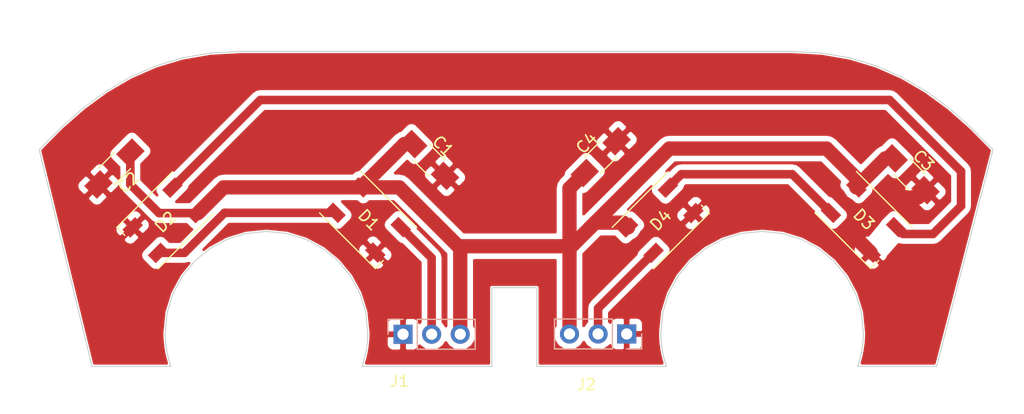
<source format=kicad_pcb>
(kicad_pcb (version 4) (host pcbnew 4.0.7)

  (general
    (links 23)
    (no_connects 0)
    (area 37.975799 27.888699 122.767801 55.988701)
    (thickness 1.6)
    (drawings 91)
    (tracks 51)
    (zones 0)
    (modules 10)
    (nets 8)
  )

  (page A4)
  (layers
    (0 F.Cu signal)
    (31 B.Cu signal hide)
    (32 B.Adhes user hide)
    (33 F.Adhes user hide)
    (34 B.Paste user hide)
    (35 F.Paste user hide)
    (36 B.SilkS user hide)
    (37 F.SilkS user hide)
    (38 B.Mask user hide)
    (39 F.Mask user hide)
    (40 Dwgs.User user)
    (41 Cmts.User user hide)
    (42 Eco1.User user hide)
    (43 Eco2.User user hide)
    (44 Edge.Cuts user)
    (45 Margin user)
    (46 B.CrtYd user)
    (47 F.CrtYd user hide)
    (48 B.Fab user hide)
    (49 F.Fab user hide)
  )

  (setup
    (last_trace_width 1.27)
    (user_trace_width 0.254)
    (user_trace_width 0.508)
    (user_trace_width 0.762)
    (user_trace_width 1.27)
    (user_trace_width 2.032)
    (user_trace_width 2.54)
    (user_trace_width 3.81)
    (user_trace_width 5.08)
    (trace_clearance 0.5)
    (zone_clearance 0.1)
    (zone_45_only no)
    (trace_min 0.25)
    (segment_width 0.2)
    (edge_width 0.15)
    (via_size 0.6)
    (via_drill 0.4)
    (via_min_size 0.4)
    (via_min_drill 0.3)
    (uvia_size 0.3)
    (uvia_drill 0.1)
    (uvias_allowed no)
    (uvia_min_size 0.2)
    (uvia_min_drill 0.1)
    (pcb_text_width 0.3)
    (pcb_text_size 1.5 1.5)
    (mod_edge_width 0.15)
    (mod_text_size 1 1)
    (mod_text_width 0.15)
    (pad_size 1.524 1.524)
    (pad_drill 0.762)
    (pad_to_mask_clearance 0.2)
    (aux_axis_origin 0 0)
    (visible_elements 7FFFFFFF)
    (pcbplotparams
      (layerselection 0x00030_80000001)
      (usegerberextensions false)
      (excludeedgelayer true)
      (linewidth 0.100000)
      (plotframeref false)
      (viasonmask false)
      (mode 1)
      (useauxorigin false)
      (hpglpennumber 1)
      (hpglpenspeed 20)
      (hpglpendiameter 15)
      (hpglpenoverlay 2)
      (psnegative false)
      (psa4output false)
      (plotreference true)
      (plotvalue true)
      (plotinvisibletext false)
      (padsonsilk false)
      (subtractmaskfromsilk false)
      (outputformat 1)
      (mirror false)
      (drillshape 1)
      (scaleselection 1)
      (outputdirectory ""))
  )

  (net 0 "")
  (net 1 VDD)
  (net 2 GND)
  (net 3 "Net-(D1-Pad4)")
  (net 4 "Net-(D1-Pad2)")
  (net 5 "Net-(D2-Pad2)")
  (net 6 "Net-(D3-Pad2)")
  (net 7 "Net-(D4-Pad2)")

  (net_class Default "This is the default net class."
    (clearance 0.5)
    (trace_width 0.25)
    (via_dia 0.6)
    (via_drill 0.4)
    (uvia_dia 0.3)
    (uvia_drill 0.1)
    (add_net GND)
    (add_net "Net-(D1-Pad2)")
    (add_net "Net-(D1-Pad4)")
    (add_net "Net-(D2-Pad2)")
    (add_net "Net-(D3-Pad2)")
    (add_net "Net-(D4-Pad2)")
    (add_net VDD)
  )

  (module LEDs:LED_WS2812B-PLCC4 (layer F.Cu) (tedit 587A6D9E) (tstamp 5B1D3ED2)
    (at 93.218 42.9514 45)
    (descr http://www.world-semi.com/uploads/soft/150522/1-150522091P5.pdf)
    (tags "LED NeoPixel")
    (path /5B1C1601)
    (attr smd)
    (fp_text reference D4 (at 0 0 45) (layer F.SilkS)
      (effects (font (size 1 1) (thickness 0.15)))
    )
    (fp_text value WS2812B (at -0.664539 6.268219 45) (layer F.Fab)
      (effects (font (size 1 1) (thickness 0.15)))
    )
    (fp_line (start 3.75 -2.85) (end -3.75 -2.85) (layer F.CrtYd) (width 0.05))
    (fp_line (start 3.75 2.85) (end 3.75 -2.85) (layer F.CrtYd) (width 0.05))
    (fp_line (start -3.75 2.85) (end 3.75 2.85) (layer F.CrtYd) (width 0.05))
    (fp_line (start -3.75 -2.85) (end -3.75 2.85) (layer F.CrtYd) (width 0.05))
    (fp_line (start 2.5 1.5) (end 1.5 2.5) (layer F.Fab) (width 0.1))
    (fp_line (start -2.5 -2.5) (end -2.5 2.5) (layer F.Fab) (width 0.1))
    (fp_line (start -2.5 2.5) (end 2.5 2.5) (layer F.Fab) (width 0.1))
    (fp_line (start 2.5 2.5) (end 2.5 -2.5) (layer F.Fab) (width 0.1))
    (fp_line (start 2.5 -2.5) (end -2.5 -2.5) (layer F.Fab) (width 0.1))
    (fp_line (start -3.5 -2.6) (end 3.5 -2.6) (layer F.SilkS) (width 0.12))
    (fp_line (start -3.5 2.6) (end 3.5 2.6) (layer F.SilkS) (width 0.12))
    (fp_line (start 3.5 2.6) (end 3.5 1.6) (layer F.SilkS) (width 0.12))
    (fp_circle (center 0 0) (end 0 -2) (layer F.Fab) (width 0.1))
    (pad 3 smd rect (at 2.5 1.6 45) (size 1.6 1) (layers F.Cu F.Paste F.Mask)
      (net 2 GND))
    (pad 4 smd rect (at 2.5 -1.6 45) (size 1.6 1) (layers F.Cu F.Paste F.Mask)
      (net 6 "Net-(D3-Pad2)"))
    (pad 2 smd rect (at -2.5 1.6 45) (size 1.6 1) (layers F.Cu F.Paste F.Mask)
      (net 7 "Net-(D4-Pad2)"))
    (pad 1 smd rect (at -2.5 -1.6 45) (size 1.6 1) (layers F.Cu F.Paste F.Mask)
      (net 1 VDD))
    (model ${KISYS3DMOD}/LEDs.3dshapes/LED_WS2812B-PLCC4.wrl
      (at (xyz 0 0 0))
      (scale (xyz 0.39 0.39 0.39))
      (rotate (xyz 0 0 180))
    )
  )

  (module Capacitors_SMD:C_1206_HandSoldering (layer F.Cu) (tedit 58AA84D1) (tstamp 5B1D3EA0)
    (at 72.644 37.592 315)
    (descr "Capacitor SMD 1206, hand soldering")
    (tags "capacitor 1206")
    (path /5B1C1C20)
    (attr smd)
    (fp_text reference C1 (at 0 -1.75 315) (layer F.SilkS)
      (effects (font (size 1 1) (thickness 0.15)))
    )
    (fp_text value 0.1 (at 0 2 315) (layer F.Fab)
      (effects (font (size 1 1) (thickness 0.15)))
    )
    (fp_text user %R (at 0 -1.75 315) (layer F.Fab)
      (effects (font (size 1 1) (thickness 0.15)))
    )
    (fp_line (start -1.6 0.8) (end -1.6 -0.8) (layer F.Fab) (width 0.1))
    (fp_line (start 1.6 0.8) (end -1.6 0.8) (layer F.Fab) (width 0.1))
    (fp_line (start 1.6 -0.8) (end 1.6 0.8) (layer F.Fab) (width 0.1))
    (fp_line (start -1.6 -0.8) (end 1.6 -0.8) (layer F.Fab) (width 0.1))
    (fp_line (start 1 -1.02) (end -1 -1.02) (layer F.SilkS) (width 0.12))
    (fp_line (start -1 1.02) (end 1 1.02) (layer F.SilkS) (width 0.12))
    (fp_line (start -3.25 -1.05) (end 3.25 -1.05) (layer F.CrtYd) (width 0.05))
    (fp_line (start -3.25 -1.05) (end -3.25 1.05) (layer F.CrtYd) (width 0.05))
    (fp_line (start 3.25 1.05) (end 3.25 -1.05) (layer F.CrtYd) (width 0.05))
    (fp_line (start 3.25 1.05) (end -3.25 1.05) (layer F.CrtYd) (width 0.05))
    (pad 1 smd rect (at -2 0 315) (size 2 1.6) (layers F.Cu F.Paste F.Mask)
      (net 1 VDD))
    (pad 2 smd rect (at 2 0 315) (size 2 1.6) (layers F.Cu F.Paste F.Mask)
      (net 2 GND))
    (model Capacitors_SMD.3dshapes/C_1206.wrl
      (at (xyz 0 0 0))
      (scale (xyz 1 1 1))
      (rotate (xyz 0 0 0))
    )
  )

  (module Capacitors_SMD:C_1206_HandSoldering (layer F.Cu) (tedit 58AA84D1) (tstamp 5B1D3EA6)
    (at 44.704 38.354 225)
    (descr "Capacitor SMD 1206, hand soldering")
    (tags "capacitor 1206")
    (path /5B1D1501)
    (attr smd)
    (fp_text reference C2 (at 0 -1.75 225) (layer F.SilkS)
      (effects (font (size 1 1) (thickness 0.15)))
    )
    (fp_text value 0.1 (at 0 2 225) (layer F.Fab)
      (effects (font (size 1 1) (thickness 0.15)))
    )
    (fp_text user %R (at 0 -1.75 225) (layer F.Fab)
      (effects (font (size 1 1) (thickness 0.15)))
    )
    (fp_line (start -1.6 0.8) (end -1.6 -0.8) (layer F.Fab) (width 0.1))
    (fp_line (start 1.6 0.8) (end -1.6 0.8) (layer F.Fab) (width 0.1))
    (fp_line (start 1.6 -0.8) (end 1.6 0.8) (layer F.Fab) (width 0.1))
    (fp_line (start -1.6 -0.8) (end 1.6 -0.8) (layer F.Fab) (width 0.1))
    (fp_line (start 1 -1.02) (end -1 -1.02) (layer F.SilkS) (width 0.12))
    (fp_line (start -1 1.02) (end 1 1.02) (layer F.SilkS) (width 0.12))
    (fp_line (start -3.25 -1.05) (end 3.25 -1.05) (layer F.CrtYd) (width 0.05))
    (fp_line (start -3.25 -1.05) (end -3.25 1.05) (layer F.CrtYd) (width 0.05))
    (fp_line (start 3.25 1.05) (end 3.25 -1.05) (layer F.CrtYd) (width 0.05))
    (fp_line (start 3.25 1.05) (end -3.25 1.05) (layer F.CrtYd) (width 0.05))
    (pad 1 smd rect (at -2 0 225) (size 2 1.6) (layers F.Cu F.Paste F.Mask)
      (net 1 VDD))
    (pad 2 smd rect (at 2 0 225) (size 2 1.6) (layers F.Cu F.Paste F.Mask)
      (net 2 GND))
    (model Capacitors_SMD.3dshapes/C_1206.wrl
      (at (xyz 0 0 0))
      (scale (xyz 1 1 1))
      (rotate (xyz 0 0 0))
    )
  )

  (module Capacitors_SMD:C_1206_HandSoldering (layer F.Cu) (tedit 58AA84D1) (tstamp 5B1D3EAC)
    (at 115.316 38.862 315)
    (descr "Capacitor SMD 1206, hand soldering")
    (tags "capacitor 1206")
    (path /5B1D1564)
    (attr smd)
    (fp_text reference C3 (at 0 -1.75 315) (layer F.SilkS)
      (effects (font (size 1 1) (thickness 0.15)))
    )
    (fp_text value 0.1 (at 0 2 315) (layer F.Fab)
      (effects (font (size 1 1) (thickness 0.15)))
    )
    (fp_text user %R (at 0 -1.75 315) (layer F.Fab)
      (effects (font (size 1 1) (thickness 0.15)))
    )
    (fp_line (start -1.6 0.8) (end -1.6 -0.8) (layer F.Fab) (width 0.1))
    (fp_line (start 1.6 0.8) (end -1.6 0.8) (layer F.Fab) (width 0.1))
    (fp_line (start 1.6 -0.8) (end 1.6 0.8) (layer F.Fab) (width 0.1))
    (fp_line (start -1.6 -0.8) (end 1.6 -0.8) (layer F.Fab) (width 0.1))
    (fp_line (start 1 -1.02) (end -1 -1.02) (layer F.SilkS) (width 0.12))
    (fp_line (start -1 1.02) (end 1 1.02) (layer F.SilkS) (width 0.12))
    (fp_line (start -3.25 -1.05) (end 3.25 -1.05) (layer F.CrtYd) (width 0.05))
    (fp_line (start -3.25 -1.05) (end -3.25 1.05) (layer F.CrtYd) (width 0.05))
    (fp_line (start 3.25 1.05) (end 3.25 -1.05) (layer F.CrtYd) (width 0.05))
    (fp_line (start 3.25 1.05) (end -3.25 1.05) (layer F.CrtYd) (width 0.05))
    (pad 1 smd rect (at -2 0 315) (size 2 1.6) (layers F.Cu F.Paste F.Mask)
      (net 1 VDD))
    (pad 2 smd rect (at 2 0 315) (size 2 1.6) (layers F.Cu F.Paste F.Mask)
      (net 2 GND))
    (model Capacitors_SMD.3dshapes/C_1206.wrl
      (at (xyz 0 0 0))
      (scale (xyz 1 1 1))
      (rotate (xyz 0 0 0))
    )
  )

  (module Capacitors_SMD:C_1206_HandSoldering (layer F.Cu) (tedit 58AA84D1) (tstamp 5B1D3EB2)
    (at 87.884 37.338 45)
    (descr "Capacitor SMD 1206, hand soldering")
    (tags "capacitor 1206")
    (path /5B1D15B3)
    (attr smd)
    (fp_text reference C4 (at 0 -1.75 45) (layer F.SilkS)
      (effects (font (size 1 1) (thickness 0.15)))
    )
    (fp_text value 0.1 (at 0 2 45) (layer F.Fab)
      (effects (font (size 1 1) (thickness 0.15)))
    )
    (fp_text user %R (at 0 -1.75 45) (layer F.Fab)
      (effects (font (size 1 1) (thickness 0.15)))
    )
    (fp_line (start -1.6 0.8) (end -1.6 -0.8) (layer F.Fab) (width 0.1))
    (fp_line (start 1.6 0.8) (end -1.6 0.8) (layer F.Fab) (width 0.1))
    (fp_line (start 1.6 -0.8) (end 1.6 0.8) (layer F.Fab) (width 0.1))
    (fp_line (start -1.6 -0.8) (end 1.6 -0.8) (layer F.Fab) (width 0.1))
    (fp_line (start 1 -1.02) (end -1 -1.02) (layer F.SilkS) (width 0.12))
    (fp_line (start -1 1.02) (end 1 1.02) (layer F.SilkS) (width 0.12))
    (fp_line (start -3.25 -1.05) (end 3.25 -1.05) (layer F.CrtYd) (width 0.05))
    (fp_line (start -3.25 -1.05) (end -3.25 1.05) (layer F.CrtYd) (width 0.05))
    (fp_line (start 3.25 1.05) (end 3.25 -1.05) (layer F.CrtYd) (width 0.05))
    (fp_line (start 3.25 1.05) (end -3.25 1.05) (layer F.CrtYd) (width 0.05))
    (pad 1 smd rect (at -2 0 45) (size 2 1.6) (layers F.Cu F.Paste F.Mask)
      (net 1 VDD))
    (pad 2 smd rect (at 2 0 45) (size 2 1.6) (layers F.Cu F.Paste F.Mask)
      (net 2 GND))
    (model Capacitors_SMD.3dshapes/C_1206.wrl
      (at (xyz 0 0 0))
      (scale (xyz 1 1 1))
      (rotate (xyz 0 0 0))
    )
  )

  (module LEDs:LED_WS2812B-PLCC4 (layer F.Cu) (tedit 587A6D9E) (tstamp 5B1D3EBA)
    (at 67.2338 42.926 315)
    (descr http://www.world-semi.com/uploads/soft/150522/1-150522091P5.pdf)
    (tags "LED NeoPixel")
    (path /5B1C153C)
    (attr smd)
    (fp_text reference D1 (at 0.035921 -0.035921 315) (layer F.SilkS)
      (effects (font (size 1 1) (thickness 0.15)))
    )
    (fp_text value WS2812B (at 0.646578 6.250258 315) (layer F.Fab)
      (effects (font (size 1 1) (thickness 0.15)))
    )
    (fp_line (start 3.75 -2.85) (end -3.75 -2.85) (layer F.CrtYd) (width 0.05))
    (fp_line (start 3.75 2.85) (end 3.75 -2.85) (layer F.CrtYd) (width 0.05))
    (fp_line (start -3.75 2.85) (end 3.75 2.85) (layer F.CrtYd) (width 0.05))
    (fp_line (start -3.75 -2.85) (end -3.75 2.85) (layer F.CrtYd) (width 0.05))
    (fp_line (start 2.5 1.5) (end 1.5 2.5) (layer F.Fab) (width 0.1))
    (fp_line (start -2.5 -2.5) (end -2.5 2.5) (layer F.Fab) (width 0.1))
    (fp_line (start -2.5 2.5) (end 2.5 2.5) (layer F.Fab) (width 0.1))
    (fp_line (start 2.5 2.5) (end 2.5 -2.5) (layer F.Fab) (width 0.1))
    (fp_line (start 2.5 -2.5) (end -2.5 -2.5) (layer F.Fab) (width 0.1))
    (fp_line (start -3.5 -2.6) (end 3.5 -2.6) (layer F.SilkS) (width 0.12))
    (fp_line (start -3.5 2.6) (end 3.5 2.6) (layer F.SilkS) (width 0.12))
    (fp_line (start 3.5 2.6) (end 3.5 1.6) (layer F.SilkS) (width 0.12))
    (fp_circle (center 0 0) (end 0 -2) (layer F.Fab) (width 0.1))
    (pad 3 smd rect (at 2.5 1.6 315) (size 1.6 1) (layers F.Cu F.Paste F.Mask)
      (net 2 GND))
    (pad 4 smd rect (at 2.5 -1.6 315) (size 1.6 1) (layers F.Cu F.Paste F.Mask)
      (net 3 "Net-(D1-Pad4)"))
    (pad 2 smd rect (at -2.5 1.6 315) (size 1.6 1) (layers F.Cu F.Paste F.Mask)
      (net 4 "Net-(D1-Pad2)"))
    (pad 1 smd rect (at -2.5 -1.6 315) (size 1.6 1) (layers F.Cu F.Paste F.Mask)
      (net 1 VDD))
    (model ${KISYS3DMOD}/LEDs.3dshapes/LED_WS2812B-PLCC4.wrl
      (at (xyz 0 0 0))
      (scale (xyz 0.39 0.39 0.39))
      (rotate (xyz 0 0 180))
    )
  )

  (module LEDs:LED_WS2812B-PLCC4 (layer F.Cu) (tedit 587A6D9E) (tstamp 5B1D3EC2)
    (at 49.2252 42.9514 225)
    (descr http://www.world-semi.com/uploads/soft/150522/1-150522091P5.pdf)
    (tags "LED NeoPixel")
    (path /5B1C158A)
    (attr smd)
    (fp_text reference D2 (at 0.089803 -0.125724 225) (layer F.SilkS)
      (effects (font (size 1 1) (thickness 0.15)))
    )
    (fp_text value WS2812B (at 0.682499 -6.358021 225) (layer F.Fab)
      (effects (font (size 1 1) (thickness 0.15)))
    )
    (fp_line (start 3.75 -2.85) (end -3.75 -2.85) (layer F.CrtYd) (width 0.05))
    (fp_line (start 3.75 2.85) (end 3.75 -2.85) (layer F.CrtYd) (width 0.05))
    (fp_line (start -3.75 2.85) (end 3.75 2.85) (layer F.CrtYd) (width 0.05))
    (fp_line (start -3.75 -2.85) (end -3.75 2.85) (layer F.CrtYd) (width 0.05))
    (fp_line (start 2.5 1.5) (end 1.5 2.5) (layer F.Fab) (width 0.1))
    (fp_line (start -2.5 -2.5) (end -2.5 2.5) (layer F.Fab) (width 0.1))
    (fp_line (start -2.5 2.5) (end 2.5 2.5) (layer F.Fab) (width 0.1))
    (fp_line (start 2.5 2.5) (end 2.5 -2.5) (layer F.Fab) (width 0.1))
    (fp_line (start 2.5 -2.5) (end -2.5 -2.5) (layer F.Fab) (width 0.1))
    (fp_line (start -3.5 -2.6) (end 3.5 -2.6) (layer F.SilkS) (width 0.12))
    (fp_line (start -3.5 2.6) (end 3.5 2.6) (layer F.SilkS) (width 0.12))
    (fp_line (start 3.5 2.6) (end 3.5 1.6) (layer F.SilkS) (width 0.12))
    (fp_circle (center 0 0) (end 0 -2) (layer F.Fab) (width 0.1))
    (pad 3 smd rect (at 2.5 1.6 225) (size 1.6 1) (layers F.Cu F.Paste F.Mask)
      (net 2 GND))
    (pad 4 smd rect (at 2.5 -1.6 225) (size 1.6 1) (layers F.Cu F.Paste F.Mask)
      (net 4 "Net-(D1-Pad2)"))
    (pad 2 smd rect (at -2.5 1.6 225) (size 1.6 1) (layers F.Cu F.Paste F.Mask)
      (net 5 "Net-(D2-Pad2)"))
    (pad 1 smd rect (at -2.5 -1.6 225) (size 1.6 1) (layers F.Cu F.Paste F.Mask)
      (net 1 VDD))
    (model ${KISYS3DMOD}/LEDs.3dshapes/LED_WS2812B-PLCC4.wrl
      (at (xyz 0 0 0))
      (scale (xyz 0.39 0.39 0.39))
      (rotate (xyz 0 0 180))
    )
  )

  (module LEDs:LED_WS2812B-PLCC4 (layer F.Cu) (tedit 587A6D9E) (tstamp 5B1D3ECA)
    (at 111.2266 42.926 315)
    (descr http://www.world-semi.com/uploads/soft/150522/1-150522091P5.pdf)
    (tags "LED NeoPixel")
    (path /5B1C15C2)
    (attr smd)
    (fp_text reference D3 (at -0.017961 -0.053882 315) (layer F.SilkS)
      (effects (font (size 1 1) (thickness 0.15)))
    )
    (fp_text value WS2812B (at 0.736381 6.591508 315) (layer F.Fab)
      (effects (font (size 1 1) (thickness 0.15)))
    )
    (fp_line (start 3.75 -2.85) (end -3.75 -2.85) (layer F.CrtYd) (width 0.05))
    (fp_line (start 3.75 2.85) (end 3.75 -2.85) (layer F.CrtYd) (width 0.05))
    (fp_line (start -3.75 2.85) (end 3.75 2.85) (layer F.CrtYd) (width 0.05))
    (fp_line (start -3.75 -2.85) (end -3.75 2.85) (layer F.CrtYd) (width 0.05))
    (fp_line (start 2.5 1.5) (end 1.5 2.5) (layer F.Fab) (width 0.1))
    (fp_line (start -2.5 -2.5) (end -2.5 2.5) (layer F.Fab) (width 0.1))
    (fp_line (start -2.5 2.5) (end 2.5 2.5) (layer F.Fab) (width 0.1))
    (fp_line (start 2.5 2.5) (end 2.5 -2.5) (layer F.Fab) (width 0.1))
    (fp_line (start 2.5 -2.5) (end -2.5 -2.5) (layer F.Fab) (width 0.1))
    (fp_line (start -3.5 -2.6) (end 3.5 -2.6) (layer F.SilkS) (width 0.12))
    (fp_line (start -3.5 2.6) (end 3.5 2.6) (layer F.SilkS) (width 0.12))
    (fp_line (start 3.5 2.6) (end 3.5 1.6) (layer F.SilkS) (width 0.12))
    (fp_circle (center 0 0) (end 0 -2) (layer F.Fab) (width 0.1))
    (pad 3 smd rect (at 2.5 1.6 315) (size 1.6 1) (layers F.Cu F.Paste F.Mask)
      (net 2 GND))
    (pad 4 smd rect (at 2.5 -1.6 315) (size 1.6 1) (layers F.Cu F.Paste F.Mask)
      (net 5 "Net-(D2-Pad2)"))
    (pad 2 smd rect (at -2.5 1.6 315) (size 1.6 1) (layers F.Cu F.Paste F.Mask)
      (net 6 "Net-(D3-Pad2)"))
    (pad 1 smd rect (at -2.5 -1.6 315) (size 1.6 1) (layers F.Cu F.Paste F.Mask)
      (net 1 VDD))
    (model ${KISYS3DMOD}/LEDs.3dshapes/LED_WS2812B-PLCC4.wrl
      (at (xyz 0 0 0))
      (scale (xyz 0.39 0.39 0.39))
      (rotate (xyz 0 0 180))
    )
  )

  (module Pin_Headers:Pin_Header_Straight_1x03_Pitch2.54mm (layer B.Cu) (tedit 59650532) (tstamp 5B1D3ED9)
    (at 70.3326 53.086 270)
    (descr "Through hole straight pin header, 1x03, 2.54mm pitch, single row")
    (tags "Through hole pin header THT 1x03 2.54mm single row")
    (path /5B1C2436)
    (fp_text reference J1 (at 4.1656 0.3048 540) (layer F.SilkS)
      (effects (font (size 1 1) (thickness 0.15)))
    )
    (fp_text value IN (at 4.1656 -1.7526 540) (layer F.Fab)
      (effects (font (size 1 1) (thickness 0.15)))
    )
    (fp_line (start -0.635 1.27) (end 1.27 1.27) (layer B.Fab) (width 0.1))
    (fp_line (start 1.27 1.27) (end 1.27 -6.35) (layer B.Fab) (width 0.1))
    (fp_line (start 1.27 -6.35) (end -1.27 -6.35) (layer B.Fab) (width 0.1))
    (fp_line (start -1.27 -6.35) (end -1.27 0.635) (layer B.Fab) (width 0.1))
    (fp_line (start -1.27 0.635) (end -0.635 1.27) (layer B.Fab) (width 0.1))
    (fp_line (start -1.33 -6.41) (end 1.33 -6.41) (layer B.SilkS) (width 0.12))
    (fp_line (start -1.33 -1.27) (end -1.33 -6.41) (layer B.SilkS) (width 0.12))
    (fp_line (start 1.33 -1.27) (end 1.33 -6.41) (layer B.SilkS) (width 0.12))
    (fp_line (start -1.33 -1.27) (end 1.33 -1.27) (layer B.SilkS) (width 0.12))
    (fp_line (start -1.33 0) (end -1.33 1.33) (layer B.SilkS) (width 0.12))
    (fp_line (start -1.33 1.33) (end 0 1.33) (layer B.SilkS) (width 0.12))
    (fp_line (start -1.8 1.8) (end -1.8 -6.85) (layer B.CrtYd) (width 0.05))
    (fp_line (start -1.8 -6.85) (end 1.8 -6.85) (layer B.CrtYd) (width 0.05))
    (fp_line (start 1.8 -6.85) (end 1.8 1.8) (layer B.CrtYd) (width 0.05))
    (fp_line (start 1.8 1.8) (end -1.8 1.8) (layer B.CrtYd) (width 0.05))
    (fp_text user %R (at 0 -2.54 540) (layer B.Fab)
      (effects (font (size 1 1) (thickness 0.15)) (justify mirror))
    )
    (pad 1 thru_hole rect (at 0 0 270) (size 1.7 1.7) (drill 1) (layers *.Cu *.Mask)
      (net 2 GND))
    (pad 2 thru_hole oval (at 0 -2.54 270) (size 1.7 1.7) (drill 1) (layers *.Cu *.Mask)
      (net 3 "Net-(D1-Pad4)"))
    (pad 3 thru_hole oval (at 0 -5.08 270) (size 1.7 1.7) (drill 1) (layers *.Cu *.Mask)
      (net 1 VDD))
    (model ${KISYS3DMOD}/Pin_Headers.3dshapes/Pin_Header_Straight_1x03_Pitch2.54mm.wrl
      (at (xyz 0 0 0))
      (scale (xyz 1 1 1))
      (rotate (xyz 0 0 0))
    )
  )

  (module Pin_Headers:Pin_Header_Straight_1x03_Pitch2.54mm (layer B.Cu) (tedit 59650532) (tstamp 5B1D3EE0)
    (at 90.1954 53.0606 90)
    (descr "Through hole straight pin header, 1x03, 2.54mm pitch, single row")
    (tags "Through hole pin header THT 1x03 2.54mm single row")
    (path /5B1C258B)
    (fp_text reference J2 (at -4.4958 -3.5814 180) (layer F.SilkS)
      (effects (font (size 1 1) (thickness 0.15)))
    )
    (fp_text value OUT (at -4.5466 -0.9398 180) (layer F.Fab)
      (effects (font (size 1 1) (thickness 0.15)))
    )
    (fp_line (start -0.635 1.27) (end 1.27 1.27) (layer B.Fab) (width 0.1))
    (fp_line (start 1.27 1.27) (end 1.27 -6.35) (layer B.Fab) (width 0.1))
    (fp_line (start 1.27 -6.35) (end -1.27 -6.35) (layer B.Fab) (width 0.1))
    (fp_line (start -1.27 -6.35) (end -1.27 0.635) (layer B.Fab) (width 0.1))
    (fp_line (start -1.27 0.635) (end -0.635 1.27) (layer B.Fab) (width 0.1))
    (fp_line (start -1.33 -6.41) (end 1.33 -6.41) (layer B.SilkS) (width 0.12))
    (fp_line (start -1.33 -1.27) (end -1.33 -6.41) (layer B.SilkS) (width 0.12))
    (fp_line (start 1.33 -1.27) (end 1.33 -6.41) (layer B.SilkS) (width 0.12))
    (fp_line (start -1.33 -1.27) (end 1.33 -1.27) (layer B.SilkS) (width 0.12))
    (fp_line (start -1.33 0) (end -1.33 1.33) (layer B.SilkS) (width 0.12))
    (fp_line (start -1.33 1.33) (end 0 1.33) (layer B.SilkS) (width 0.12))
    (fp_line (start -1.8 1.8) (end -1.8 -6.85) (layer B.CrtYd) (width 0.05))
    (fp_line (start -1.8 -6.85) (end 1.8 -6.85) (layer B.CrtYd) (width 0.05))
    (fp_line (start 1.8 -6.85) (end 1.8 1.8) (layer B.CrtYd) (width 0.05))
    (fp_line (start 1.8 1.8) (end -1.8 1.8) (layer B.CrtYd) (width 0.05))
    (fp_text user %R (at 0 -2.54 360) (layer B.Fab)
      (effects (font (size 1 1) (thickness 0.15)) (justify mirror))
    )
    (pad 1 thru_hole rect (at 0 0 90) (size 1.7 1.7) (drill 1) (layers *.Cu *.Mask)
      (net 2 GND))
    (pad 2 thru_hole oval (at 0 -2.54 90) (size 1.7 1.7) (drill 1) (layers *.Cu *.Mask)
      (net 7 "Net-(D4-Pad2)"))
    (pad 3 thru_hole oval (at 0 -5.08 90) (size 1.7 1.7) (drill 1) (layers *.Cu *.Mask)
      (net 1 VDD))
    (model ${KISYS3DMOD}/Pin_Headers.3dshapes/Pin_Header_Straight_1x03_Pitch2.54mm.wrl
      (at (xyz 0 0 0))
      (scale (xyz 1 1 1))
      (rotate (xyz 0 0 0))
    )
  )

  (gr_line (start 61.7098 44.6485) (end 63.2386 45.4782) (layer Edge.Cuts) (width 0.1))
  (gr_line (start 56.3928 44.124) (end 58.2066 43.9412) (layer Edge.Cuts) (width 0.1))
  (gr_line (start 111.2094 53.3311) (end 111.1843 53.7192) (layer Edge.Cuts) (width 0.1))
  (gr_line (start 107.2498 45.4757) (end 108.5818 46.5747) (layer Edge.Cuts) (width 0.1))
  (gr_line (start 105.721 44.646) (end 107.2498 45.4757) (layer Edge.Cuts) (width 0.1))
  (gr_line (start 110.8223 55.5833) (end 110.7051 55.9385) (layer Edge.Cuts) (width 0.1))
  (gr_line (start 110.5105 49.4355) (end 111.035 51.1249) (layer Edge.Cuts) (width 0.1))
  (gr_line (start 110.9251 55.2218) (end 110.8223 55.5833) (layer Edge.Cuts) (width 0.1))
  (gr_line (start 111.013 54.8543) (end 110.9251 55.2218) (layer Edge.Cuts) (width 0.1))
  (gr_line (start 111.0858 54.4812) (end 111.013 54.8543) (layer Edge.Cuts) (width 0.1))
  (gr_line (start 111.1843 53.7192) (end 111.143 54.1027) (layer Edge.Cuts) (width 0.1))
  (gr_line (start 109.6808 47.9067) (end 110.5105 49.4355) (layer Edge.Cuts) (width 0.1))
  (gr_line (start 111.2178 52.9387) (end 111.2094 53.3311) (layer Edge.Cuts) (width 0.1))
  (gr_line (start 111.143 54.1027) (end 111.0858 54.4812) (layer Edge.Cuts) (width 0.1))
  (gr_line (start 111.035 51.1249) (end 111.2178 52.9387) (layer Edge.Cuts) (width 0.1))
  (gr_line (start 108.5818 46.5747) (end 109.6808 47.9067) (layer Edge.Cuts) (width 0.1))
  (gr_line (start 104.0316 44.1215) (end 105.721 44.646) (layer Edge.Cuts) (width 0.1))
  (gr_line (start 107.509 28.0852) (end 104.8314 27.9387) (layer Edge.Cuts) (width 0.1))
  (gr_line (start 117.7178 55.9387) (end 122.7178 36.6786) (layer Edge.Cuts) (width 0.1))
  (gr_line (start 116.7382 31.4587) (end 114.6093 30.2141) (layer Edge.Cuts) (width 0.1))
  (gr_line (start 48.3676 29.2313) (end 46.1343 30.2141) (layer Edge.Cuts) (width 0.1))
  (gr_line (start 50.727 28.5189) (end 48.3676 29.2313) (layer Edge.Cuts) (width 0.1))
  (gr_line (start 53.2346 28.0852) (end 50.727 28.5189) (layer Edge.Cuts) (width 0.1))
  (gr_line (start 114.6093 30.2141) (end 112.376 29.2313) (layer Edge.Cuts) (width 0.1))
  (gr_line (start 55.9122 27.9387) (end 53.2346 28.0852) (layer Edge.Cuts) (width 0.1))
  (gr_line (start 110.0166 28.5189) (end 107.509 28.0852) (layer Edge.Cuts) (width 0.1))
  (gr_line (start 118.7847 32.9566) (end 116.7382 31.4587) (layer Edge.Cuts) (width 0.1))
  (gr_line (start 120.7706 34.6994) (end 118.7847 32.9566) (layer Edge.Cuts) (width 0.1))
  (gr_line (start 110.7051 55.9385) (end 117.7178 55.9387) (layer Edge.Cuts) (width 0.1))
  (gr_line (start 104.8314 27.9387) (end 55.9122 27.9387) (layer Edge.Cuts) (width 0.1))
  (gr_line (start 122.7178 36.6786) (end 120.7706 34.6994) (layer Edge.Cuts) (width 0.1))
  (gr_line (start 112.376 29.2313) (end 110.0166 28.5189) (layer Edge.Cuts) (width 0.1))
  (gr_line (start 49.9139 49.438) (end 50.7436 47.9092) (layer Edge.Cuts) (width 0.1))
  (gr_line (start 63.2386 45.4782) (end 64.5706 46.5772) (layer Edge.Cuts) (width 0.1))
  (gr_line (start 58.2066 43.9412) (end 60.0204 44.124) (layer Edge.Cuts) (width 0.1))
  (gr_line (start 49.3894 51.1274) (end 49.9139 49.438) (layer Edge.Cuts) (width 0.1))
  (gr_line (start 53.1746 45.4782) (end 54.7034 44.6485) (layer Edge.Cuts) (width 0.1))
  (gr_line (start 51.8426 46.5772) (end 53.1746 45.4782) (layer Edge.Cuts) (width 0.1))
  (gr_line (start 50.7436 47.9092) (end 51.8426 46.5772) (layer Edge.Cuts) (width 0.1))
  (gr_line (start 67.0238 51.1274) (end 67.2066 52.9412) (layer Edge.Cuts) (width 0.1))
  (gr_line (start 65.6696 47.9092) (end 66.4993 49.438) (layer Edge.Cuts) (width 0.1))
  (gr_line (start 66.4993 49.438) (end 67.0238 51.1274) (layer Edge.Cuts) (width 0.1))
  (gr_line (start 64.5706 46.5772) (end 65.6696 47.9092) (layer Edge.Cuts) (width 0.1))
  (gr_line (start 54.7034 44.6485) (end 56.3928 44.124) (layer Edge.Cuts) (width 0.1))
  (gr_line (start 60.0204 44.124) (end 61.7098 44.6485) (layer Edge.Cuts) (width 0.1))
  (gr_line (start 93.5105 55.2217) (end 93.4225 54.8542) (layer Edge.Cuts) (width 0.1))
  (gr_line (start 102.2178 43.9387) (end 104.0316 44.1215) (layer Edge.Cuts) (width 0.1))
  (gr_line (start 93.2513 53.7192) (end 93.2262 53.3311) (layer Edge.Cuts) (width 0.1))
  (gr_line (start 100.404 44.1215) (end 102.2178 43.9387) (layer Edge.Cuts) (width 0.1))
  (gr_line (start 98.7146 44.646) (end 100.404 44.1215) (layer Edge.Cuts) (width 0.1))
  (gr_line (start 93.4225 54.8542) (end 93.3498 54.4811) (layer Edge.Cuts) (width 0.1))
  (gr_line (start 94.7548 47.9067) (end 95.8538 46.5747) (layer Edge.Cuts) (width 0.1))
  (gr_line (start 97.1858 45.4757) (end 98.7146 44.646) (layer Edge.Cuts) (width 0.1))
  (gr_line (start 95.8538 46.5747) (end 97.1858 45.4757) (layer Edge.Cuts) (width 0.1))
  (gr_line (start 93.2926 54.1026) (end 93.2513 53.7192) (layer Edge.Cuts) (width 0.1))
  (gr_line (start 93.9251 49.4355) (end 94.7548 47.9067) (layer Edge.Cuts) (width 0.1))
  (gr_line (start 93.4006 51.1249) (end 93.9251 49.4355) (layer Edge.Cuts) (width 0.1))
  (gr_line (start 93.2178 52.9387) (end 93.4006 51.1249) (layer Edge.Cuts) (width 0.1))
  (gr_line (start 93.2262 53.3311) (end 93.2178 52.9387) (layer Edge.Cuts) (width 0.1))
  (gr_line (start 93.3498 54.4811) (end 93.2926 54.1026) (layer Edge.Cuts) (width 0.1))
  (gr_line (start 44.0054 31.4587) (end 41.9589 32.9566) (layer Edge.Cuts) (width 0.1))
  (gr_line (start 39.973 34.6994) (end 38.0258 36.6786) (layer Edge.Cuts) (width 0.1))
  (gr_line (start 41.9589 32.9566) (end 39.973 34.6994) (layer Edge.Cuts) (width 0.1))
  (gr_line (start 42.7178 55.9387) (end 49.7185 55.9387) (layer Edge.Cuts) (width 0.1))
  (gr_line (start 49.2066 52.9412) (end 49.3894 51.1274) (layer Edge.Cuts) (width 0.1))
  (gr_line (start 49.215 53.3333) (end 49.2066 52.9412) (layer Edge.Cuts) (width 0.1))
  (gr_line (start 49.4988 55.2226) (end 49.411 54.8553) (layer Edge.Cuts) (width 0.1))
  (gr_line (start 49.24 53.7211) (end 49.215 53.3333) (layer Edge.Cuts) (width 0.1))
  (gr_line (start 49.2813 54.1043) (end 49.24 53.7211) (layer Edge.Cuts) (width 0.1))
  (gr_line (start 49.3384 54.4825) (end 49.2813 54.1043) (layer Edge.Cuts) (width 0.1))
  (gr_line (start 49.411 54.8553) (end 49.3384 54.4825) (layer Edge.Cuts) (width 0.1))
  (gr_line (start 49.6014 55.5838) (end 49.4988 55.2226) (layer Edge.Cuts) (width 0.1))
  (gr_line (start 49.7185 55.9387) (end 49.6014 55.5838) (layer Edge.Cuts) (width 0.1))
  (gr_line (start 38.0258 36.6786) (end 42.7178 55.9387) (layer Edge.Cuts) (width 0.1))
  (gr_line (start 46.1343 30.2141) (end 44.0054 31.4587) (layer Edge.Cuts) (width 0.1))
  (gr_line (start 67.1982 53.3333) (end 67.1732 53.7211) (layer Edge.Cuts) (width 0.1))
  (gr_line (start 66.8118 55.5837) (end 66.6947 55.9386) (layer Edge.Cuts) (width 0.1))
  (gr_line (start 67.0748 54.4824) (end 67.0022 54.8553) (layer Edge.Cuts) (width 0.1))
  (gr_line (start 67.0022 54.8553) (end 66.9144 55.2225) (layer Edge.Cuts) (width 0.1))
  (gr_line (start 93.6132 55.5832) (end 93.5105 55.2217) (layer Edge.Cuts) (width 0.1))
  (gr_line (start 93.7305 55.9383) (end 93.6132 55.5832) (layer Edge.Cuts) (width 0.1))
  (gr_line (start 78.2178 48.9387) (end 82.2178 48.9387) (layer Edge.Cuts) (width 0.1))
  (gr_line (start 78.2208 55.9385) (end 78.2178 48.9387) (layer Edge.Cuts) (width 0.1))
  (gr_line (start 67.1319 54.1043) (end 67.0748 54.4824) (layer Edge.Cuts) (width 0.1))
  (gr_line (start 67.2066 52.9412) (end 67.1982 53.3333) (layer Edge.Cuts) (width 0.1))
  (gr_line (start 82.2227 55.9385) (end 93.7305 55.9383) (layer Edge.Cuts) (width 0.1))
  (gr_line (start 82.2178 48.9387) (end 82.2227 55.9385) (layer Edge.Cuts) (width 0.1))
  (gr_line (start 66.6947 55.9386) (end 78.2208 55.9385) (layer Edge.Cuts) (width 0.1))
  (gr_line (start 66.9144 55.2225) (end 66.8118 55.5837) (layer Edge.Cuts) (width 0.1))
  (gr_line (start 67.1732 53.7211) (end 67.1319 54.1043) (layer Edge.Cuts) (width 0.1))
  (gr_line (start 110.7051 55.9385) (end 110.7051 55.9385) (layer Edge.Cuts) (width 0.1))

  (segment (start 75.2348 45.2628) (end 84.9376 45.2628) (width 1.27) (layer F.Cu) (net 1))
  (segment (start 84.9376 45.2628) (end 85.1154 45.4406) (width 1.27) (layer F.Cu) (net 1) (tstamp 5B1D4EE7))
  (segment (start 86.469786 38.752214) (end 85.1154 40.1066) (width 1.27) (layer F.Cu) (net 1))
  (segment (start 85.1154 40.1066) (end 85.1154 45.4406) (width 1.27) (layer F.Cu) (net 1))
  (segment (start 93.98 36.576) (end 88.646 41.91) (width 1.27) (layer F.Cu) (net 1))
  (segment (start 88.646 41.91) (end 86.968204 43.587796) (width 1.27) (layer F.Cu) (net 1))
  (segment (start 90.318862 43.587796) (end 89.894599 43.163533) (width 1.27) (layer F.Cu) (net 1))
  (segment (start 89.894599 43.163533) (end 87.392467 43.163533) (width 1.27) (layer F.Cu) (net 1))
  (segment (start 87.392467 43.163533) (end 86.968204 43.587796) (width 1.27) (layer F.Cu) (net 1))
  (segment (start 107.946449 36.576) (end 93.98 36.576) (width 1.27) (layer F.Cu) (net 1))
  (segment (start 110.590204 40.026862) (end 110.590204 39.219755) (width 1.27) (layer F.Cu) (net 1))
  (segment (start 110.590204 39.219755) (end 107.946449 36.576) (width 1.27) (layer F.Cu) (net 1))
  (segment (start 113.901786 37.447786) (end 113.16928 37.447786) (width 1.27) (layer F.Cu) (net 1))
  (segment (start 113.16928 37.447786) (end 110.590204 40.026862) (width 1.27) (layer F.Cu) (net 1))
  (segment (start 86.968204 43.587796) (end 85.1154 45.4406) (width 1.27) (layer F.Cu) (net 1))
  (segment (start 85.1154 45.4406) (end 85.1154 53.0606) (width 1.27) (layer F.Cu) (net 1))
  (segment (start 71.229786 36.177786) (end 70.44648 36.177786) (width 1.27) (layer F.Cu) (net 1))
  (segment (start 70.44648 36.177786) (end 66.597404 40.026862) (width 1.27) (layer F.Cu) (net 1))
  (segment (start 48.665004 42.315004) (end 46.118214 39.768214) (width 0.762) (layer F.Cu) (net 1))
  (segment (start 46.118214 39.768214) (end 46.118214 36.939786) (width 0.762) (layer F.Cu) (net 1))
  (segment (start 52.124338 42.315004) (end 48.665004 42.315004) (width 0.762) (layer F.Cu) (net 1))
  (segment (start 52.124338 42.315004) (end 54.41248 40.026862) (width 1.27) (layer F.Cu) (net 1))
  (segment (start 54.41248 40.026862) (end 66.597404 40.026862) (width 1.27) (layer F.Cu) (net 1))
  (segment (start 75.4126 45.4406) (end 75.2348 45.2628) (width 1.27) (layer F.Cu) (net 1))
  (segment (start 75.2348 45.2628) (end 69.998862 40.026862) (width 1.27) (layer F.Cu) (net 1) (tstamp 5B1D4EE5))
  (segment (start 69.998862 40.026862) (end 66.597404 40.026862) (width 1.27) (layer F.Cu) (net 1))
  (segment (start 75.4126 53.086) (end 75.4126 45.4406) (width 1.27) (layer F.Cu) (net 1))
  (segment (start 116.730214 40.276214) (end 116.093819 40.912609) (width 1.27) (layer F.Cu) (net 2))
  (segment (start 110.6932 44.655342) (end 111.862996 45.825138) (width 1.27) (layer F.Cu) (net 2))
  (segment (start 116.093819 40.912609) (end 113.163791 40.912609) (width 1.27) (layer F.Cu) (net 2))
  (segment (start 113.163791 40.912609) (end 110.6932 43.3832) (width 1.27) (layer F.Cu) (net 2))
  (segment (start 110.6932 43.3832) (end 110.6932 44.655342) (width 1.27) (layer F.Cu) (net 2))
  (segment (start 70.132938 43.562396) (end 72.8726 46.302058) (width 0.762) (layer F.Cu) (net 3))
  (segment (start 72.8726 46.302058) (end 72.8726 53.086) (width 0.762) (layer F.Cu) (net 3))
  (segment (start 64.334662 42.289604) (end 54.484396 42.289604) (width 0.762) (layer F.Cu) (net 4))
  (segment (start 54.484396 42.289604) (end 50.923462 45.850538) (width 0.762) (layer F.Cu) (net 4))
  (segment (start 50.923462 45.850538) (end 48.588804 45.850538) (width 0.762) (layer F.Cu) (net 4))
  (segment (start 49.861596 40.052262) (end 50.497991 39.415867) (width 0.762) (layer F.Cu) (net 5))
  (segment (start 114.733942 44.1706) (end 114.125738 43.562396) (width 0.762) (layer F.Cu) (net 5))
  (segment (start 50.497991 39.415867) (end 50.500133 39.415867) (width 0.762) (layer F.Cu) (net 5))
  (segment (start 50.500133 39.415867) (end 57.658 32.258) (width 0.762) (layer F.Cu) (net 5))
  (segment (start 117.3988 44.1706) (end 114.733942 44.1706) (width 0.762) (layer F.Cu) (net 5))
  (segment (start 57.658 32.258) (end 113.538 32.258) (width 0.762) (layer F.Cu) (net 5))
  (segment (start 113.538 32.258) (end 119.888 38.608) (width 0.762) (layer F.Cu) (net 5))
  (segment (start 119.888 38.608) (end 119.888 41.6814) (width 0.762) (layer F.Cu) (net 5))
  (segment (start 119.888 41.6814) (end 117.3988 44.1706) (width 0.762) (layer F.Cu) (net 5))
  (segment (start 104.899858 38.862) (end 95.044658 38.862) (width 0.762) (layer F.Cu) (net 6))
  (segment (start 95.044658 38.862) (end 93.854396 40.052262) (width 0.762) (layer F.Cu) (net 6))
  (segment (start 108.327462 42.289604) (end 104.899858 38.862) (width 0.762) (layer F.Cu) (net 6))
  (segment (start 92.581604 45.850538) (end 87.6554 50.776742) (width 0.762) (layer F.Cu) (net 7))
  (segment (start 87.6554 50.776742) (end 87.6554 53.0606) (width 0.762) (layer F.Cu) (net 7))

  (zone (net 2) (net_name GND) (layer F.Cu) (tstamp 0) (hatch edge 0.508)
    (connect_pads (clearance 0.1))
    (min_thickness 0.254)
    (fill yes (arc_segments 16) (thermal_gap 0.508) (thermal_bridge_width 0.508))
    (polygon
      (pts
        (xy 34.544 34.29) (xy 36.83 33.782) (xy 46.228 23.368) (xy 115.062 23.622) (xy 125.476 35.052)
        (xy 118.872 60.198) (xy 39.878 60.198) (xy 34.798 34.29)
      )
    )
    (filled_polygon
      (pts
        (xy 107.477719 28.360903) (xy 109.952726 28.788965) (xy 112.279826 29.491613) (xy 114.483195 30.46124) (xy 116.586101 31.690644)
        (xy 118.611202 33.172883) (xy 120.58026 34.900901) (xy 122.410238 36.760954) (xy 117.50353 55.661694) (xy 111.087484 55.661511)
        (xy 111.088736 55.659067) (xy 111.191537 55.297566) (xy 111.192017 55.291637) (xy 111.194501 55.286236) (xy 111.282401 54.918736)
        (xy 111.282628 54.912824) (xy 111.284873 54.907348) (xy 111.357673 54.534248) (xy 111.357651 54.528241) (xy 111.35969 54.522591)
        (xy 111.41689 54.144091) (xy 111.416612 54.138092) (xy 111.418408 54.132359) (xy 111.459708 53.74886) (xy 111.459174 53.742879)
        (xy 111.460723 53.737077) (xy 111.485823 53.348977) (xy 111.485025 53.342957) (xy 111.486337 53.337028) (xy 111.494737 52.944628)
        (xy 111.491774 52.927866) (xy 111.493404 52.910924) (xy 111.310604 51.097124) (xy 111.302455 51.070478) (xy 111.299544 51.042769)
        (xy 110.775044 49.353368) (xy 110.762036 49.329408) (xy 110.753957 49.303372) (xy 109.924257 47.774573) (xy 109.907143 47.753988)
        (xy 109.894462 47.730412) (xy 108.966124 46.605254) (xy 111.262486 46.605254) (xy 111.262486 46.82976) (xy 111.715429 47.282704)
        (xy 111.948818 47.379376) (xy 112.201437 47.379377) (xy 112.434826 47.282704) (xy 112.613455 47.104076) (xy 112.675638 47.041892)
        (xy 112.675638 46.817386) (xy 111.862996 46.004743) (xy 111.262486 46.605254) (xy 108.966124 46.605254) (xy 108.795463 46.398412)
        (xy 108.774886 46.381614) (xy 108.758088 46.361037) (xy 107.698379 45.486697) (xy 110.308757 45.486697) (xy 110.308758 45.739316)
        (xy 110.40543 45.972705) (xy 110.858374 46.425648) (xy 111.08288 46.425648) (xy 111.683391 45.825138) (xy 110.870748 45.012496)
        (xy 110.646242 45.012496) (xy 110.584058 45.074679) (xy 110.40543 45.253308) (xy 110.308757 45.486697) (xy 107.698379 45.486697)
        (xy 107.426088 45.262037) (xy 107.402509 45.249354) (xy 107.381927 45.232243) (xy 105.853127 44.402543) (xy 105.827093 44.394465)
        (xy 105.803132 44.381456) (xy 104.113732 43.856956) (xy 104.086021 43.854045) (xy 104.059376 43.845896) (xy 102.245576 43.663096)
        (xy 102.2178 43.665768) (xy 102.190024 43.663096) (xy 100.376224 43.845896) (xy 100.349578 43.854045) (xy 100.321869 43.856956)
        (xy 98.632468 44.381456) (xy 98.608508 44.394464) (xy 98.582472 44.402543) (xy 97.053673 45.232243) (xy 97.033088 45.249357)
        (xy 97.009512 45.262038) (xy 95.677512 46.361037) (xy 95.660714 46.381614) (xy 95.640137 46.398412) (xy 94.541137 47.730412)
        (xy 94.528454 47.753991) (xy 94.511343 47.774573) (xy 93.681643 49.303373) (xy 93.673565 49.329407) (xy 93.660556 49.353368)
        (xy 93.136056 51.042768) (xy 93.133145 51.070479) (xy 93.124996 51.097124) (xy 92.942196 52.910924) (xy 92.943826 52.927866)
        (xy 92.940863 52.944628) (xy 92.949263 53.337028) (xy 92.950575 53.342957) (xy 92.949777 53.348977) (xy 92.974878 53.737078)
        (xy 92.976427 53.742881) (xy 92.975893 53.748867) (xy 93.017193 54.132267) (xy 93.018988 54.137996) (xy 93.01871 54.143991)
        (xy 93.07591 54.522491) (xy 93.077936 54.528106) (xy 93.077913 54.534078) (xy 93.150613 54.907178) (xy 93.152883 54.91272)
        (xy 93.153115 54.918706) (xy 93.241115 55.286205) (xy 93.243572 55.291543) (xy 93.244044 55.297399) (xy 93.346744 55.658898)
        (xy 93.347977 55.661307) (xy 82.499506 55.661495) (xy 82.4948 48.938506) (xy 82.484194 48.885379) (xy 82.473715 48.832697)
        (xy 82.47366 48.832615) (xy 82.473641 48.832518) (xy 82.443539 48.787536) (xy 82.413669 48.742831) (xy 82.413587 48.742776)
        (xy 82.413532 48.742694) (xy 82.368648 48.712749) (xy 82.323803 48.682785) (xy 82.323706 48.682766) (xy 82.323624 48.682711)
        (xy 82.270748 48.672232) (xy 82.2178 48.6617) (xy 78.2178 48.6617) (xy 78.217741 48.661712) (xy 78.217681 48.6617)
        (xy 78.164061 48.672389) (xy 78.111797 48.682785) (xy 78.111748 48.682818) (xy 78.111687 48.68283) (xy 78.066269 48.713206)
        (xy 78.021931 48.742831) (xy 78.021897 48.742881) (xy 78.021847 48.742915) (xy 77.992176 48.787362) (xy 77.961885 48.832697)
        (xy 77.961873 48.832758) (xy 77.96184 48.832807) (xy 77.951444 48.88519) (xy 77.9408 48.9387) (xy 77.940812 48.938759)
        (xy 77.9408 48.938819) (xy 77.943681 55.661502) (xy 67.077128 55.661597) (xy 67.078259 55.659388) (xy 67.180859 55.298189)
        (xy 67.181334 55.292292) (xy 67.183806 55.286917) (xy 67.271606 54.919717) (xy 67.271835 54.913755) (xy 67.274095 54.908235)
        (xy 67.346695 54.535335) (xy 67.346671 54.529371) (xy 67.348694 54.523763) (xy 67.405794 54.145663) (xy 67.405516 54.139689)
        (xy 67.407305 54.133982) (xy 67.448605 53.750782) (xy 67.448068 53.744761) (xy 67.449626 53.73892) (xy 67.473296 53.37175)
        (xy 68.8476 53.37175) (xy 68.8476 54.062309) (xy 68.944273 54.295698) (xy 69.122901 54.474327) (xy 69.35629 54.571)
        (xy 70.04685 54.571) (xy 70.2056 54.41225) (xy 70.2056 53.213) (xy 69.00635 53.213) (xy 68.8476 53.37175)
        (xy 67.473296 53.37175) (xy 67.474626 53.35112) (xy 67.473831 53.345131) (xy 67.475136 53.339233) (xy 67.483536 52.947133)
        (xy 67.480574 52.930371) (xy 67.482204 52.913424) (xy 67.401202 52.109691) (xy 68.8476 52.109691) (xy 68.8476 52.80025)
        (xy 69.00635 52.959) (xy 70.2056 52.959) (xy 70.2056 51.75975) (xy 70.04685 51.601) (xy 69.35629 51.601)
        (xy 69.122901 51.697673) (xy 68.944273 51.876302) (xy 68.8476 52.109691) (xy 67.401202 52.109691) (xy 67.299404 51.099624)
        (xy 67.291255 51.072978) (xy 67.288344 51.045269) (xy 66.763844 49.355868) (xy 66.750836 49.331908) (xy 66.742757 49.305872)
        (xy 65.913057 47.777073) (xy 65.895943 47.756488) (xy 65.883262 47.732912) (xy 64.952861 46.605254) (xy 67.269686 46.605254)
        (xy 67.269686 46.82976) (xy 67.722629 47.282704) (xy 67.956018 47.379376) (xy 68.208637 47.379377) (xy 68.442026 47.282704)
        (xy 68.620655 47.104076) (xy 68.682838 47.041892) (xy 68.682838 46.817386) (xy 67.870196 46.004743) (xy 67.269686 46.605254)
        (xy 64.952861 46.605254) (xy 64.784263 46.400912) (xy 64.763686 46.384114) (xy 64.746888 46.363537) (xy 63.684149 45.486697)
        (xy 66.315957 45.486697) (xy 66.315958 45.739316) (xy 66.41263 45.972705) (xy 66.865574 46.425648) (xy 67.09008 46.425648)
        (xy 67.690591 45.825138) (xy 68.049801 45.825138) (xy 68.862444 46.63778) (xy 69.08695 46.63778) (xy 69.149134 46.575597)
        (xy 69.327762 46.396968) (xy 69.424435 46.163579) (xy 69.424434 45.91096) (xy 69.327762 45.677571) (xy 68.874818 45.224628)
        (xy 68.650312 45.224628) (xy 68.049801 45.825138) (xy 67.690591 45.825138) (xy 66.877948 45.012496) (xy 66.653442 45.012496)
        (xy 66.591258 45.074679) (xy 66.41263 45.253308) (xy 66.315957 45.486697) (xy 63.684149 45.486697) (xy 63.414888 45.264537)
        (xy 63.391309 45.251854) (xy 63.370727 45.234743) (xy 62.216602 44.608384) (xy 67.057554 44.608384) (xy 67.057554 44.83289)
        (xy 67.870196 45.645533) (xy 68.470706 45.045022) (xy 68.470706 44.820516) (xy 68.017763 44.367572) (xy 67.784374 44.2709)
        (xy 67.531755 44.270899) (xy 67.298366 44.367572) (xy 67.119737 44.5462) (xy 67.057554 44.608384) (xy 62.216602 44.608384)
        (xy 61.841927 44.405043) (xy 61.815893 44.396965) (xy 61.791932 44.383956) (xy 60.102532 43.859456) (xy 60.074821 43.856545)
        (xy 60.048176 43.848396) (xy 58.234376 43.665596) (xy 58.2066 43.668268) (xy 58.178824 43.665596) (xy 56.365024 43.848396)
        (xy 56.338378 43.856545) (xy 56.310669 43.859456) (xy 54.621268 44.383956) (xy 54.597308 44.396964) (xy 54.571272 44.405043)
        (xy 53.042473 45.234743) (xy 53.021888 45.251857) (xy 52.998312 45.264538) (xy 52.636318 45.56321) (xy 54.901924 43.297604)
        (xy 63.731473 43.297604) (xy 64.094753 43.660884) (xy 64.289965 43.794267) (xy 64.537962 43.848065) (xy 64.787351 43.801139)
        (xy 64.998835 43.660884) (xy 65.705942 42.953777) (xy 65.839325 42.758565) (xy 65.893123 42.510568) (xy 65.846197 42.261179)
        (xy 65.705942 42.049695) (xy 64.945109 41.288862) (xy 66.248215 41.288862) (xy 66.357495 41.398142) (xy 66.552707 41.531525)
        (xy 66.800704 41.585323) (xy 67.050093 41.538397) (xy 67.261577 41.398142) (xy 67.370857 41.288862) (xy 69.476124 41.288862)
        (xy 74.1506 45.963337) (xy 74.1506 52.338334) (xy 74.1426 52.350307) (xy 73.916997 52.012667) (xy 73.8806 51.988347)
        (xy 73.8806 46.302058) (xy 73.803871 45.916313) (xy 73.585364 45.589294) (xy 71.670996 43.674926) (xy 71.644473 43.533971)
        (xy 71.504218 43.322487) (xy 70.372847 42.191116) (xy 70.177635 42.057733) (xy 69.929638 42.003935) (xy 69.680249 42.050861)
        (xy 69.468765 42.191116) (xy 68.761658 42.898223) (xy 68.628275 43.093435) (xy 68.574477 43.341432) (xy 68.621403 43.590821)
        (xy 68.761658 43.802305) (xy 69.893029 44.933676) (xy 70.088241 45.067059) (xy 70.246378 45.101364) (xy 71.8646 46.719586)
        (xy 71.8646 51.988347) (xy 71.828203 52.012667) (xy 71.796848 52.059592) (xy 71.720927 51.876302) (xy 71.542299 51.697673)
        (xy 71.30891 51.601) (xy 70.61835 51.601) (xy 70.4596 51.75975) (xy 70.4596 52.959) (xy 70.4796 52.959)
        (xy 70.4796 53.213) (xy 70.4596 53.213) (xy 70.4596 54.41225) (xy 70.61835 54.571) (xy 71.30891 54.571)
        (xy 71.542299 54.474327) (xy 71.720927 54.295698) (xy 71.796848 54.112408) (xy 71.828203 54.159333) (xy 72.307377 54.479506)
        (xy 72.8726 54.591936) (xy 73.437823 54.479506) (xy 73.916997 54.159333) (xy 74.1426 53.821693) (xy 74.368203 54.159333)
        (xy 74.847377 54.479506) (xy 75.4126 54.591936) (xy 75.977823 54.479506) (xy 76.456997 54.159333) (xy 76.77717 53.680159)
        (xy 76.8896 53.114936) (xy 76.8896 53.057064) (xy 76.77717 52.491841) (xy 76.6746 52.338334) (xy 76.6746 46.5248)
        (xy 83.8534 46.5248) (xy 83.8534 52.312934) (xy 83.75083 52.466441) (xy 83.6384 53.031664) (xy 83.6384 53.089536)
        (xy 83.75083 53.654759) (xy 84.071003 54.133933) (xy 84.550177 54.454106) (xy 85.1154 54.566536) (xy 85.680623 54.454106)
        (xy 86.159797 54.133933) (xy 86.3854 53.796293) (xy 86.611003 54.133933) (xy 87.090177 54.454106) (xy 87.6554 54.566536)
        (xy 88.220623 54.454106) (xy 88.699797 54.133933) (xy 88.731152 54.087008) (xy 88.807073 54.270298) (xy 88.985701 54.448927)
        (xy 89.21909 54.5456) (xy 89.90965 54.5456) (xy 90.0684 54.38685) (xy 90.0684 53.1876) (xy 90.3224 53.1876)
        (xy 90.3224 54.38685) (xy 90.48115 54.5456) (xy 91.17171 54.5456) (xy 91.405099 54.448927) (xy 91.583727 54.270298)
        (xy 91.6804 54.036909) (xy 91.6804 53.34635) (xy 91.52165 53.1876) (xy 90.3224 53.1876) (xy 90.0684 53.1876)
        (xy 90.0484 53.1876) (xy 90.0484 52.9336) (xy 90.0684 52.9336) (xy 90.0684 51.73435) (xy 90.3224 51.73435)
        (xy 90.3224 52.9336) (xy 91.52165 52.9336) (xy 91.6804 52.77485) (xy 91.6804 52.084291) (xy 91.583727 51.850902)
        (xy 91.405099 51.672273) (xy 91.17171 51.5756) (xy 90.48115 51.5756) (xy 90.3224 51.73435) (xy 90.0684 51.73435)
        (xy 89.90965 51.5756) (xy 89.21909 51.5756) (xy 88.985701 51.672273) (xy 88.807073 51.850902) (xy 88.731152 52.034192)
        (xy 88.699797 51.987267) (xy 88.6634 51.962947) (xy 88.6634 51.19427) (xy 92.469073 47.388596) (xy 92.610029 47.362073)
        (xy 92.821513 47.221818) (xy 93.952884 46.090447) (xy 94.086267 45.895235) (xy 94.140065 45.647238) (xy 94.093139 45.397849)
        (xy 93.952884 45.186365) (xy 93.245777 44.479258) (xy 93.050565 44.345875) (xy 92.802568 44.292077) (xy 92.553179 44.339003)
        (xy 92.341695 44.479258) (xy 91.210324 45.610629) (xy 91.076941 45.805841) (xy 91.042636 45.963979) (xy 86.942636 50.063978)
        (xy 86.724129 50.390997) (xy 86.647399 50.776742) (xy 86.6474 50.776747) (xy 86.6474 51.962947) (xy 86.611003 51.987267)
        (xy 86.3854 52.324907) (xy 86.3774 52.312934) (xy 86.3774 45.963338) (xy 87.86057 44.480167) (xy 87.860573 44.480165)
        (xy 87.915205 44.425533) (xy 89.121146 44.425533) (xy 89.654689 44.959076) (xy 89.849901 45.092459) (xy 90.097898 45.146257)
        (xy 90.347287 45.099331) (xy 90.558771 44.959076) (xy 90.754757 44.76309) (xy 90.801809 44.753731) (xy 91.21123 44.480164)
        (xy 91.484797 44.070743) (xy 91.494156 44.023691) (xy 91.690142 43.827705) (xy 91.823525 43.632493) (xy 91.877323 43.384496)
        (xy 91.862789 43.307252) (xy 95.304496 43.307252) (xy 95.304496 43.531758) (xy 95.366679 43.593942) (xy 95.545308 43.77257)
        (xy 95.778697 43.869243) (xy 96.031316 43.869242) (xy 96.264705 43.77257) (xy 96.717648 43.319626) (xy 96.717648 43.09512)
        (xy 96.117138 42.494609) (xy 95.304496 43.307252) (xy 91.862789 43.307252) (xy 91.830397 43.135107) (xy 91.690142 42.923623)
        (xy 91.419964 42.653445) (xy 94.562899 42.653445) (xy 94.659572 42.886834) (xy 94.8382 43.065463) (xy 94.900384 43.127646)
        (xy 95.12489 43.127646) (xy 95.937533 42.315004) (xy 96.296743 42.315004) (xy 96.897254 42.915514) (xy 97.12176 42.915514)
        (xy 97.574704 42.462571) (xy 97.671376 42.229182) (xy 97.671377 41.976563) (xy 97.574704 41.743174) (xy 97.396076 41.564545)
        (xy 97.333892 41.502362) (xy 97.109386 41.502362) (xy 96.296743 42.315004) (xy 95.937533 42.315004) (xy 95.337022 41.714494)
        (xy 95.112516 41.714494) (xy 94.659572 42.167437) (xy 94.5629 42.400826) (xy 94.562899 42.653445) (xy 91.419964 42.653445)
        (xy 90.983035 42.216516) (xy 90.787823 42.083133) (xy 90.539826 42.029335) (xy 90.450266 42.046187) (xy 90.377546 41.997597)
        (xy 90.348849 41.991889) (xy 92.385458 39.95528) (xy 92.349733 40.007565) (xy 92.295935 40.255562) (xy 92.342861 40.504951)
        (xy 92.483116 40.716435) (xy 93.190223 41.423542) (xy 93.385435 41.556925) (xy 93.633432 41.610723) (xy 93.882821 41.563797)
        (xy 94.094305 41.423542) (xy 94.207465 41.310382) (xy 95.516628 41.310382) (xy 95.516628 41.534888) (xy 96.117138 42.135399)
        (xy 96.92978 41.322756) (xy 96.92978 41.09825) (xy 96.867597 41.036066) (xy 96.688968 40.857438) (xy 96.455579 40.760765)
        (xy 96.20296 40.760766) (xy 95.969571 40.857438) (xy 95.516628 41.310382) (xy 94.207465 41.310382) (xy 95.225676 40.292171)
        (xy 95.359059 40.096959) (xy 95.393364 39.938822) (xy 95.462185 39.87) (xy 104.48233 39.87) (xy 106.789404 42.177074)
        (xy 106.815927 42.318029) (xy 106.956182 42.529513) (xy 108.087553 43.660884) (xy 108.282765 43.794267) (xy 108.530762 43.848065)
        (xy 108.780151 43.801139) (xy 108.991635 43.660884) (xy 109.698742 42.953777) (xy 109.832125 42.758565) (xy 109.885923 42.510568)
        (xy 109.838997 42.261179) (xy 109.698742 42.049695) (xy 108.567371 40.918324) (xy 108.372159 40.784941) (xy 108.214022 40.750636)
        (xy 105.612622 38.149236) (xy 105.285603 37.930729) (xy 104.899858 37.853999) (xy 104.899853 37.854) (xy 95.044663 37.854)
        (xy 95.044658 37.853999) (xy 94.658913 37.930729) (xy 94.331894 38.149236) (xy 94.331892 38.149239) (xy 93.966926 38.514204)
        (xy 93.825971 38.540727) (xy 93.748894 38.591844) (xy 94.502738 37.838) (xy 107.423711 37.838) (xy 109.109113 39.523402)
        (xy 109.085541 39.557901) (xy 109.031743 39.805898) (xy 109.078669 40.055287) (xy 109.218924 40.266771) (xy 109.414908 40.462755)
        (xy 109.424268 40.509809) (xy 109.697835 40.919231) (xy 110.107257 41.192798) (xy 110.154311 41.202158) (xy 110.350295 41.398142)
        (xy 110.545507 41.531525) (xy 110.793504 41.585323) (xy 111.042893 41.538397) (xy 111.254377 41.398142) (xy 111.384057 41.268462)
        (xy 115.917572 41.268462) (xy 115.917572 41.492968) (xy 116.511937 42.087333) (xy 116.745326 42.184006) (xy 116.997944 42.184006)
        (xy 117.231334 42.087334) (xy 117.409962 41.908705) (xy 117.684278 41.634389) (xy 117.684278 41.409883) (xy 116.730214 40.455819)
        (xy 115.917572 41.268462) (xy 111.384057 41.268462) (xy 111.961484 40.691035) (xy 112.094867 40.495823) (xy 112.147193 40.254611)
        (xy 112.39332 40.008484) (xy 114.822422 40.008484) (xy 114.822422 40.261102) (xy 114.919095 40.494491) (xy 115.51346 41.088856)
        (xy 115.737966 41.088856) (xy 116.550609 40.276214) (xy 116.909819 40.276214) (xy 117.863883 41.230278) (xy 118.088389 41.230278)
        (xy 118.362705 40.955962) (xy 118.541334 40.777334) (xy 118.638006 40.543944) (xy 118.638006 40.291326) (xy 118.541333 40.057937)
        (xy 117.946968 39.463572) (xy 117.722462 39.463572) (xy 116.909819 40.276214) (xy 116.550609 40.276214) (xy 115.596545 39.32215)
        (xy 115.372039 39.32215) (xy 115.097723 39.596466) (xy 114.919094 39.775094) (xy 114.822422 40.008484) (xy 112.39332 40.008484)
        (xy 113.410176 38.991629) (xy 113.591166 39.172619) (xy 113.786378 39.306002) (xy 114.034375 39.3598) (xy 114.283764 39.312874)
        (xy 114.495248 39.172619) (xy 114.749828 38.918039) (xy 115.77615 38.918039) (xy 115.77615 39.142545) (xy 116.730214 40.096609)
        (xy 117.542856 39.283966) (xy 117.542856 39.05946) (xy 116.948491 38.465095) (xy 116.715102 38.368422) (xy 116.462484 38.368422)
        (xy 116.229094 38.465094) (xy 116.050466 38.643723) (xy 115.77615 38.918039) (xy 114.749828 38.918039) (xy 115.626619 38.041248)
        (xy 115.760002 37.846036) (xy 115.8138 37.598039) (xy 115.766874 37.34865) (xy 115.626619 37.137166) (xy 114.212406 35.722953)
        (xy 114.017194 35.58957) (xy 113.769197 35.535772) (xy 113.519808 35.582698) (xy 113.308324 35.722953) (xy 112.765093 36.266184)
        (xy 112.686334 36.28185) (xy 112.589842 36.346324) (xy 112.276911 36.555417) (xy 110.993758 37.838571) (xy 108.838818 35.683631)
        (xy 108.429396 35.410064) (xy 107.946449 35.314) (xy 93.98 35.314) (xy 93.497053 35.410064) (xy 93.087631 35.683631)
        (xy 86.3774 42.393862) (xy 86.3774 40.65334) (xy 86.568922 40.617302) (xy 86.780406 40.477047) (xy 88.194619 39.062834)
        (xy 88.328002 38.867622) (xy 88.3818 38.619625) (xy 88.334874 38.370236) (xy 88.194619 38.158752) (xy 87.093322 37.057455)
        (xy 88.34415 37.057455) (xy 88.34415 37.281961) (xy 88.618466 37.556277) (xy 88.797094 37.734906) (xy 89.030484 37.831578)
        (xy 89.283102 37.831578) (xy 89.516491 37.734905) (xy 90.110856 37.14054) (xy 90.110856 36.916034) (xy 89.298214 36.103391)
        (xy 88.34415 37.057455) (xy 87.093322 37.057455) (xy 87.063248 37.027381) (xy 86.868036 36.893998) (xy 86.620039 36.8402)
        (xy 86.37065 36.887126) (xy 86.159166 37.027381) (xy 84.744953 38.441594) (xy 84.61157 38.636806) (xy 84.559244 38.878018)
        (xy 84.223031 39.214231) (xy 83.949464 39.623653) (xy 83.863607 40.055287) (xy 83.8534 40.1066) (xy 83.8534 44.0008)
        (xy 75.757537 44.0008) (xy 71.7552 39.998462) (xy 73.245572 39.998462) (xy 73.245572 40.222968) (xy 73.839937 40.817333)
        (xy 74.073326 40.914006) (xy 74.325944 40.914006) (xy 74.559334 40.817334) (xy 74.737962 40.638705) (xy 75.012278 40.364389)
        (xy 75.012278 40.139883) (xy 74.058214 39.185819) (xy 73.245572 39.998462) (xy 71.7552 39.998462) (xy 70.891231 39.134493)
        (xy 70.481809 38.860926) (xy 69.998862 38.764862) (xy 69.644141 38.764862) (xy 69.670519 38.738484) (xy 72.150422 38.738484)
        (xy 72.150422 38.991102) (xy 72.247095 39.224491) (xy 72.84146 39.818856) (xy 73.065966 39.818856) (xy 73.878609 39.006214)
        (xy 74.237819 39.006214) (xy 75.191883 39.960278) (xy 75.416389 39.960278) (xy 75.690705 39.685962) (xy 75.869334 39.507334)
        (xy 75.966006 39.273944) (xy 75.966006 39.021326) (xy 75.869333 38.787937) (xy 75.274968 38.193572) (xy 75.050462 38.193572)
        (xy 74.237819 39.006214) (xy 73.878609 39.006214) (xy 72.924545 38.05215) (xy 72.700039 38.05215) (xy 72.425723 38.326466)
        (xy 72.247094 38.505094) (xy 72.150422 38.738484) (xy 69.670519 38.738484) (xy 70.712775 37.696228) (xy 70.919166 37.902619)
        (xy 71.114378 38.036002) (xy 71.362375 38.0898) (xy 71.611764 38.042874) (xy 71.823248 37.902619) (xy 72.077828 37.648039)
        (xy 73.10415 37.648039) (xy 73.10415 37.872545) (xy 74.058214 38.826609) (xy 74.870856 38.013966) (xy 74.870856 37.78946)
        (xy 74.276491 37.195095) (xy 74.043102 37.098422) (xy 73.790484 37.098422) (xy 73.557094 37.195094) (xy 73.378466 37.373723)
        (xy 73.10415 37.648039) (xy 72.077828 37.648039) (xy 72.954619 36.771248) (xy 73.088002 36.576036) (xy 73.1418 36.328039)
        (xy 73.094874 36.07865) (xy 73.002192 35.938898) (xy 87.390422 35.938898) (xy 87.390422 36.191516) (xy 87.487094 36.424906)
        (xy 87.665723 36.603534) (xy 87.940039 36.87785) (xy 88.164545 36.87785) (xy 89.118609 35.923786) (xy 89.477819 35.923786)
        (xy 90.290462 36.736428) (xy 90.514968 36.736428) (xy 91.109333 36.142063) (xy 91.206006 35.908674) (xy 91.206006 35.656056)
        (xy 91.109334 35.422666) (xy 90.930705 35.244038) (xy 90.656389 34.969722) (xy 90.431883 34.969722) (xy 89.477819 35.923786)
        (xy 89.118609 35.923786) (xy 88.305966 35.111144) (xy 88.08146 35.111144) (xy 87.487095 35.705509) (xy 87.390422 35.938898)
        (xy 73.002192 35.938898) (xy 72.954619 35.867166) (xy 71.794485 34.707032) (xy 88.485572 34.707032) (xy 88.485572 34.931538)
        (xy 89.298214 35.744181) (xy 90.252278 34.790117) (xy 90.252278 34.565611) (xy 89.977962 34.291295) (xy 89.799334 34.112666)
        (xy 89.565944 34.015994) (xy 89.313326 34.015994) (xy 89.079937 34.112667) (xy 88.485572 34.707032) (xy 71.794485 34.707032)
        (xy 71.540406 34.452953) (xy 71.345194 34.31957) (xy 71.097197 34.265772) (xy 70.847808 34.312698) (xy 70.636324 34.452953)
        (xy 70.105707 34.98357) (xy 69.963534 35.01185) (xy 69.554111 35.285417) (xy 69.554109 35.28542) (xy 66.365802 38.473726)
        (xy 66.144715 38.515327) (xy 65.933231 38.655582) (xy 65.823951 38.764862) (xy 54.41248 38.764862) (xy 53.929534 38.860926)
        (xy 53.520111 39.134493) (xy 53.520109 39.134496) (xy 51.3476 41.307004) (xy 50.218043 41.307004) (xy 51.232876 40.292171)
        (xy 51.366259 40.096959) (xy 51.39997 39.941558) (xy 58.075527 33.266) (xy 113.120472 33.266) (xy 118.88 39.025528)
        (xy 118.88 41.263873) (xy 116.981272 43.1626) (xy 115.337131 43.1626) (xy 114.365647 42.191116) (xy 114.170435 42.057733)
        (xy 113.922438 42.003935) (xy 113.673049 42.050861) (xy 113.461565 42.191116) (xy 112.754458 42.898223) (xy 112.621075 43.093435)
        (xy 112.615733 43.118061) (xy 111.655034 44.2709) (xy 111.524555 44.270899) (xy 111.291166 44.367572) (xy 111.112537 44.5462)
        (xy 111.050354 44.608384) (xy 111.050354 44.83289) (xy 111.862996 45.645533) (xy 111.877139 45.631391) (xy 112.056744 45.810996)
        (xy 112.042601 45.825138) (xy 112.855244 46.63778) (xy 113.07975 46.63778) (xy 113.141934 46.575597) (xy 113.320562 46.396968)
        (xy 113.413775 46.171931) (xy 113.430029 46.159626) (xy 114.350084 45.116897) (xy 114.387933 45.109775) (xy 114.733942 45.1786)
        (xy 117.398795 45.1786) (xy 117.3988 45.178601) (xy 117.784545 45.101871) (xy 118.111564 44.883364) (xy 120.600761 42.394166)
        (xy 120.600764 42.394164) (xy 120.819271 42.067145) (xy 120.896 41.6814) (xy 120.896 38.608) (xy 120.819271 38.222255)
        (xy 120.600764 37.895236) (xy 114.250764 31.545236) (xy 113.923745 31.326729) (xy 113.538 31.249999) (xy 113.537995 31.25)
        (xy 57.658005 31.25) (xy 57.658 31.249999) (xy 57.272255 31.326729) (xy 56.945236 31.545236) (xy 56.945234 31.545239)
        (xy 49.976764 38.513708) (xy 49.833171 38.540727) (xy 49.621687 38.680982) (xy 48.490316 39.812353) (xy 48.356933 40.007565)
        (xy 48.303135 40.255562) (xy 48.350061 40.504951) (xy 48.487073 40.711545) (xy 47.126214 39.350686) (xy 47.126214 37.967239)
        (xy 47.843047 37.250406) (xy 47.97643 37.055194) (xy 48.030228 36.807197) (xy 47.983302 36.557808) (xy 47.843047 36.346324)
        (xy 46.711676 35.214953) (xy 46.516464 35.08157) (xy 46.268467 35.027772) (xy 46.019078 35.074698) (xy 45.807594 35.214953)
        (xy 44.393381 36.629166) (xy 44.259998 36.824378) (xy 44.2062 37.072375) (xy 44.253126 37.321764) (xy 44.393381 37.533248)
        (xy 45.110214 38.250081) (xy 45.110214 39.289566) (xy 45.100906 39.267094) (xy 44.922277 39.088466) (xy 44.647961 38.81415)
        (xy 44.423455 38.81415) (xy 43.469391 39.768214) (xy 44.282034 40.580856) (xy 44.50654 40.580856) (xy 45.100905 39.986491)
        (xy 45.136526 39.900495) (xy 45.186943 40.153959) (xy 45.40545 40.480978) (xy 47.95224 43.027768) (xy 48.279259 43.246275)
        (xy 48.665004 43.323005) (xy 48.665009 43.323004) (xy 51.096885 43.323004) (xy 51.460165 43.686284) (xy 51.580183 43.768289)
        (xy 50.505934 44.842538) (xy 49.616257 44.842538) (xy 49.252977 44.479258) (xy 49.057765 44.345875) (xy 48.809768 44.292077)
        (xy 48.560379 44.339003) (xy 48.348895 44.479258) (xy 47.217524 45.610629) (xy 47.084141 45.805841) (xy 47.030343 46.053838)
        (xy 47.077269 46.303227) (xy 47.217524 46.514711) (xy 47.924631 47.221818) (xy 48.119843 47.355201) (xy 48.36784 47.408999)
        (xy 48.617229 47.362073) (xy 48.828713 47.221818) (xy 49.191993 46.858538) (xy 50.923457 46.858538) (xy 50.923462 46.858539)
        (xy 51.309207 46.781809) (xy 51.321378 46.773676) (xy 50.529937 47.732912) (xy 50.517254 47.756491) (xy 50.500143 47.777073)
        (xy 49.670443 49.305873) (xy 49.662365 49.331907) (xy 49.649356 49.355868) (xy 49.124856 51.045268) (xy 49.121945 51.072979)
        (xy 49.113796 51.099624) (xy 48.930996 52.913424) (xy 48.932626 52.930371) (xy 48.929664 52.947133) (xy 48.938064 53.339233)
        (xy 48.939369 53.345131) (xy 48.938574 53.35112) (xy 48.963574 53.73892) (xy 48.965132 53.744761) (xy 48.964595 53.750782)
        (xy 49.005895 54.133982) (xy 49.007682 54.139683) (xy 49.007404 54.145652) (xy 49.064504 54.523852) (xy 49.066532 54.529474)
        (xy 49.066508 54.535449) (xy 49.139108 54.908249) (xy 49.141362 54.913754) (xy 49.14159 54.9197) (xy 49.22939 55.287)
        (xy 49.231865 55.292383) (xy 49.232341 55.298288) (xy 49.334941 55.659488) (xy 49.336073 55.6617) (xy 42.93542 55.6617)
        (xy 40.235793 44.580044) (xy 45.51342 44.580044) (xy 45.51342 44.80455) (xy 45.575603 44.866734) (xy 45.754232 45.045362)
        (xy 45.987621 45.142035) (xy 46.24024 45.142034) (xy 46.473629 45.045362) (xy 46.926572 44.592418) (xy 46.926572 44.367912)
        (xy 46.326062 43.767401) (xy 45.51342 44.580044) (xy 40.235793 44.580044) (xy 40.076517 43.926237) (xy 44.771823 43.926237)
        (xy 44.868496 44.159626) (xy 45.047124 44.338255) (xy 45.109308 44.400438) (xy 45.333814 44.400438) (xy 46.146457 43.587796)
        (xy 46.505667 43.587796) (xy 47.106178 44.188306) (xy 47.330684 44.188306) (xy 47.783628 43.735363) (xy 47.8803 43.501974)
        (xy 47.880301 43.249355) (xy 47.783628 43.015966) (xy 47.605 42.837337) (xy 47.542816 42.775154) (xy 47.31831 42.775154)
        (xy 46.505667 43.587796) (xy 46.146457 43.587796) (xy 45.545946 42.987286) (xy 45.32144 42.987286) (xy 44.868496 43.440229)
        (xy 44.771824 43.673618) (xy 44.771823 43.926237) (xy 40.076517 43.926237) (xy 39.74933 42.583174) (xy 45.725552 42.583174)
        (xy 45.725552 42.80768) (xy 46.326062 43.408191) (xy 47.138704 42.595548) (xy 47.138704 42.371042) (xy 47.076521 42.308858)
        (xy 46.897892 42.13023) (xy 46.664503 42.033557) (xy 46.411884 42.033558) (xy 46.178495 42.13023) (xy 45.725552 42.583174)
        (xy 39.74933 42.583174) (xy 39.339746 40.901883) (xy 42.335722 40.901883) (xy 42.335722 41.126389) (xy 42.610038 41.400705)
        (xy 42.788666 41.579334) (xy 43.022056 41.676006) (xy 43.274674 41.676006) (xy 43.508063 41.579333) (xy 44.102428 40.984968)
        (xy 44.102428 40.760462) (xy 43.289786 39.947819) (xy 42.335722 40.901883) (xy 39.339746 40.901883) (xy 39.067251 39.783326)
        (xy 41.381994 39.783326) (xy 41.381994 40.035944) (xy 41.478666 40.269334) (xy 41.657295 40.447962) (xy 41.931611 40.722278)
        (xy 42.156117 40.722278) (xy 43.110181 39.768214) (xy 42.297538 38.955572) (xy 42.073032 38.955572) (xy 41.478667 39.549937)
        (xy 41.381994 39.783326) (xy 39.067251 39.783326) (xy 38.767153 38.55146) (xy 42.477144 38.55146) (xy 42.477144 38.775966)
        (xy 43.289786 39.588609) (xy 44.24385 38.634545) (xy 44.24385 38.410039) (xy 43.969534 38.135723) (xy 43.790906 37.957094)
        (xy 43.557516 37.860422) (xy 43.304898 37.860422) (xy 43.071509 37.957095) (xy 42.477144 38.55146) (xy 38.767153 38.55146)
        (xy 38.331439 36.762907) (xy 40.163333 34.900908) (xy 42.132398 33.172881) (xy 44.157499 31.690644) (xy 46.260402 30.461242)
        (xy 48.463774 29.491613) (xy 50.790876 28.788965) (xy 53.265882 28.360902) (xy 55.919766 28.2157) (xy 104.823834 28.2157)
      )
    )
  )
  (zone (net 0) (net_name "") (layer F.Cu) (tstamp 0) (hatch edge 0.508)
    (connect_pads (clearance 0.1))
    (min_thickness 0.254)
    (keepout (tracks not_allowed) (vias not_allowed) (copperpour not_allowed))
    (fill (arc_segments 16) (thermal_gap 0.508) (thermal_bridge_width 0.508))
    (polygon
      (pts
        (xy 112.7506 43.1546) (xy 111.7346 44.3738) (xy 113.3348 46.0756) (xy 114.4778 44.7802) (xy 112.6998 43.18)
      )
    )
  )
)

</source>
